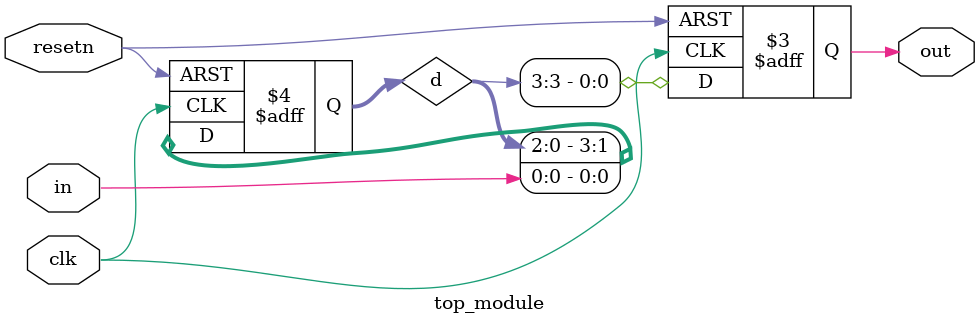
<source format=sv>
module top_module (
	input clk,
	input resetn,
	input in,
	output out
);

reg [3:0] d;
reg out;

always @(posedge clk or negedge resetn) begin
    if (~resetn) begin
        d <= 4'b0000;
        out <= 1'b0;
    end else begin
        d <= {d[2:0], in};
        out <= d[3];
    end
end

endmodule

</source>
